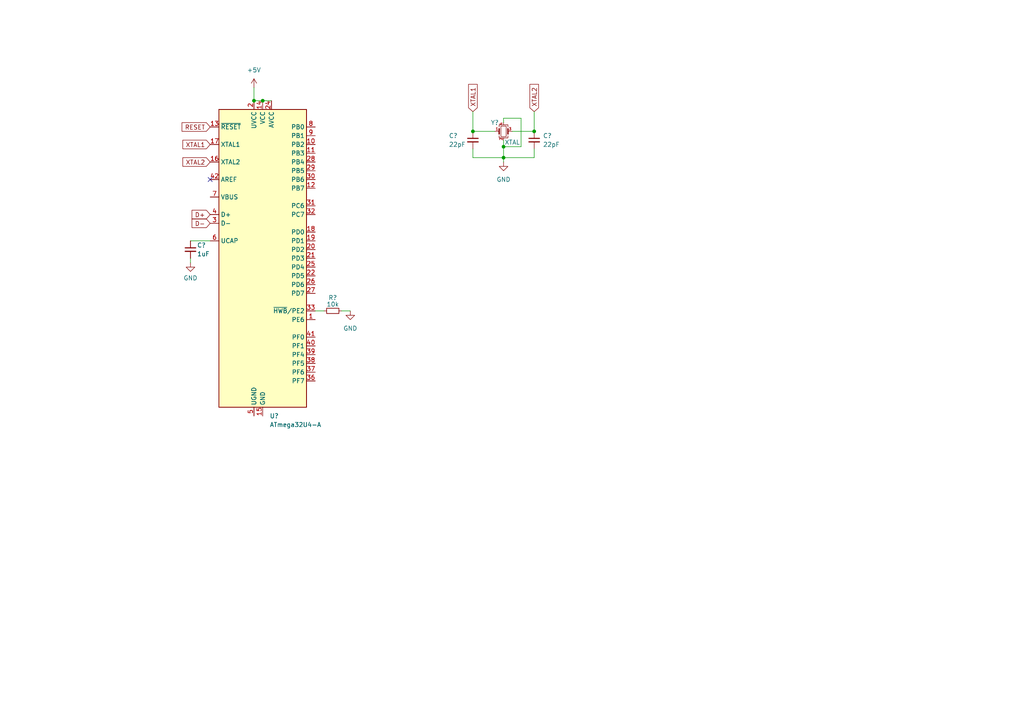
<source format=kicad_sch>
(kicad_sch (version 20211123) (generator eeschema)
  (paper "A4")
  (lib_symbols
    (symbol "Device:C_Small" (pin_numbers hide) (pin_names (offset 0.254) hide)
      (property "Reference" "C" (at 0.254 1.778 0))
      (property "Value" "C_Small" (at 0.254 -2.032 0))
      (symbol "C_Small_0_1"
        (polyline (pts (xy -1.524 -0.508) (xy 1.524 -0.508)) (stroke (width 0.3302)))
        (polyline (pts (xy -1.524 0.508) (xy 1.524 0.508)) (stroke (width 0.3048)))
      )
      (symbol "C_Small_1_1"
        (pin passive line (at 0 2.54 270) (length 2.032) (name "~") (number "1"))
        (pin passive line (at 0 -2.54 90) (length 2.032) (name "~") (number "2"))
      )
    )
    (symbol "Device:Crystal_GND24_Small" (pin_names (offset 1.016) hide)
      (property "Reference" "Y" (at 1.27 4.445 0))
      (property "Value" "Crystal_GND24_Small" (at 1.27 2.54 0))
      (symbol "Crystal_GND24_Small_0_1"
        (rectangle (start -0.762 -1.524) (end 0.762 1.524))
        (polyline (pts (xy -1.27 -0.762) (xy -1.27 0.762)) (stroke (width 0.381)))
        (polyline (pts (xy 1.27 -0.762) (xy 1.27 0.762)) (stroke (width 0.381)))
        (polyline (pts (xy -1.27 -1.27) (xy -1.27 -1.905) (xy 1.27 -1.905) (xy 1.27 -1.27)))
        (polyline (pts (xy -1.27 1.27) (xy -1.27 1.905) (xy 1.27 1.905) (xy 1.27 1.27)))
      )
      (symbol "Crystal_GND24_Small_1_1"
        (pin passive line (at -2.54 0 0) (length 1.27) (name "1") (number "1"))
        (pin passive line (at 0 -2.54 90) (length 0.635) (name "2") (number "2"))
        (pin passive line (at 2.54 0 180) (length 1.27) (name "3") (number "3"))
        (pin passive line (at 0 2.54 270) (length 0.635) (name "4") (number "4"))
      )
    )
    (symbol "Device:R_Small" (pin_numbers hide) (pin_names (offset 0.254) hide)
      (property "Reference" "R" (at 0.762 0.508 0))
      (property "Value" "R_Small" (at 0.762 -1.016 0))
      (symbol "R_Small_0_1"
        (rectangle (start -0.762 1.778) (end 0.762 -1.778) (stroke (width 0.2032)))
      )
      (symbol "R_Small_1_1"
        (pin passive line (at 0 2.54 270) (length 0.762) (name "~") (number "1"))
        (pin passive line (at 0 -2.54 90) (length 0.762) (name "~") (number "2"))
      )
    )
    (symbol "MCU_Microchip_ATmega:ATmega32U4-A"
      (property "Reference" "U" (at -12.7 44.45 0))
      (property "Value" "ATmega32U4-A" (at 2.54 -44.45 0))
      (symbol "ATmega32U4-A_0_1"
        (rectangle (start -12.7 -43.18) (end 12.7 43.18) (stroke (width 0.254)) (fill (type background)))
      )
      (symbol "ATmega32U4-A_1_1"
        (pin bidirectional line (at 15.24 -17.78 180) (length 2.54) (name "PE6") (number "1"))
        (pin bidirectional line (at 15.24 33.02 180) (length 2.54) (name "PB2") (number "10"))
        (pin bidirectional line (at 15.24 30.48 180) (length 2.54) (name "PB3") (number "11"))
        (pin bidirectional line (at 15.24 20.32 180) (length 2.54) (name "PB7") (number "12"))
        (pin input line (at -15.24 38.1 0) (length 2.54) (name "~{RESET}") (number "13"))
        (pin power_in line (at 0 45.72 270) (length 2.54) (name "VCC") (number "14"))
        (pin power_in line (at 0 -45.72 90) (length 2.54) (name "GND") (number "15"))
        (pin output line (at -15.24 27.94 0) (length 2.54) (name "XTAL2") (number "16"))
        (pin input line (at -15.24 33.02 0) (length 2.54) (name "XTAL1") (number "17"))
        (pin bidirectional line (at 15.24 7.62 180) (length 2.54) (name "PD0") (number "18"))
        (pin bidirectional line (at 15.24 5.08 180) (length 2.54) (name "PD1") (number "19"))
        (pin power_in line (at -2.54 45.72 270) (length 2.54) (name "UVCC") (number "2"))
        (pin bidirectional line (at 15.24 2.54 180) (length 2.54) (name "PD2") (number "20"))
        (pin bidirectional line (at 15.24 0 180) (length 2.54) (name "PD3") (number "21"))
        (pin bidirectional line (at 15.24 -5.08 180) (length 2.54) (name "PD5") (number "22"))
        (pin passive line (at 0 -45.72 90) (length 2.54) hide (name "GND") (number "23"))
        (pin power_in line (at 2.54 45.72 270) (length 2.54) (name "AVCC") (number "24"))
        (pin bidirectional line (at 15.24 -2.54 180) (length 2.54) (name "PD4") (number "25"))
        (pin bidirectional line (at 15.24 -7.62 180) (length 2.54) (name "PD6") (number "26"))
        (pin bidirectional line (at 15.24 -10.16 180) (length 2.54) (name "PD7") (number "27"))
        (pin bidirectional line (at 15.24 27.94 180) (length 2.54) (name "PB4") (number "28"))
        (pin bidirectional line (at 15.24 25.4 180) (length 2.54) (name "PB5") (number "29"))
        (pin bidirectional line (at -15.24 10.16 0) (length 2.54) (name "D-") (number "3"))
        (pin bidirectional line (at 15.24 22.86 180) (length 2.54) (name "PB6") (number "30"))
        (pin bidirectional line (at 15.24 15.24 180) (length 2.54) (name "PC6") (number "31"))
        (pin bidirectional line (at 15.24 12.7 180) (length 2.54) (name "PC7") (number "32"))
        (pin bidirectional line (at 15.24 -15.24 180) (length 2.54) (name "~{HWB}/PE2") (number "33"))
        (pin passive line (at 0 45.72 270) (length 2.54) hide (name "VCC") (number "34"))
        (pin passive line (at 0 -45.72 90) (length 2.54) hide (name "GND") (number "35"))
        (pin bidirectional line (at 15.24 -35.56 180) (length 2.54) (name "PF7") (number "36"))
        (pin bidirectional line (at 15.24 -33.02 180) (length 2.54) (name "PF6") (number "37"))
        (pin bidirectional line (at 15.24 -30.48 180) (length 2.54) (name "PF5") (number "38"))
        (pin bidirectional line (at 15.24 -27.94 180) (length 2.54) (name "PF4") (number "39"))
        (pin bidirectional line (at -15.24 12.7 0) (length 2.54) (name "D+") (number "4"))
        (pin bidirectional line (at 15.24 -25.4 180) (length 2.54) (name "PF1") (number "40"))
        (pin bidirectional line (at 15.24 -22.86 180) (length 2.54) (name "PF0") (number "41"))
        (pin passive line (at -15.24 22.86 0) (length 2.54) (name "AREF") (number "42"))
        (pin passive line (at 0 -45.72 90) (length 2.54) hide (name "GND") (number "43"))
        (pin passive line (at 2.54 45.72 270) (length 2.54) hide (name "AVCC") (number "44"))
        (pin passive line (at -2.54 -45.72 90) (length 2.54) (name "UGND") (number "5"))
        (pin passive line (at -15.24 5.08 0) (length 2.54) (name "UCAP") (number "6"))
        (pin input line (at -15.24 17.78 0) (length 2.54) (name "VBUS") (number "7"))
        (pin bidirectional line (at 15.24 38.1 180) (length 2.54) (name "PB0") (number "8"))
        (pin bidirectional line (at 15.24 35.56 180) (length 2.54) (name "PB1") (number "9"))
      )
    )
    (symbol "power:+5V" (power) (pin_names (offset 0))
      (property "Value" "+5V" (at 0 3.556 0))
      (symbol "+5V_0_1"
        (polyline (pts (xy -0.762 1.27) (xy 0 2.54)))
        (polyline (pts (xy 0 0) (xy 0 2.54)))
        (polyline (pts (xy 0 2.54) (xy 0.762 1.27)))
      )
      (symbol "+5V_1_1"
        (pin power_in line (at 0 0 90) (length 0) hide (name "+5V") (number "1"))
      )
    )
    (symbol "power:GND" (power) (pin_names (offset 0))
      (property "Value" "GND" (at 0 -3.81 0))
      (symbol "GND_0_1"
        (polyline (pts (xy 0 0) (xy 0 -1.27) (xy 1.27 -1.27) (xy 0 -2.54) (xy -1.27 -1.27) (xy 0 -1.27)))
      )
      (symbol "GND_1_1"
        (pin power_in line (at 0 0 270) (length 0) hide (name "GND") (number "1"))
      )
    )
  )
  (junction (at 73.66 29.21))
  (junction (at 146.05 45.72))
  (junction (at 154.94 38.1))
  (junction (at 76.2 29.21))
  (junction (at 137.16 38.1))
  (junction (at 146.05 42.545))
  (no_connect (at 60.96 52.07))
  (wire (pts (xy 137.16 45.72) (xy 146.05 45.72)))
  (wire (pts (xy 154.94 45.72) (xy 154.94 43.18)))
  (wire (pts (xy 146.05 35.56) (xy 146.05 34.29)))
  (wire (pts (xy 73.66 29.21) (xy 76.2 29.21)))
  (wire (pts (xy 148.59 38.1) (xy 154.94 38.1)))
  (wire (pts (xy 146.05 40.64) (xy 146.05 42.545)))
  (wire (pts (xy 154.94 32.385) (xy 154.94 38.1)))
  (wire (pts (xy 146.05 45.72) (xy 146.05 46.99)))
  (wire (pts (xy 137.16 32.385) (xy 137.16 38.1)))
  (wire (pts (xy 73.66 25.4) (xy 73.66 29.21)))
  (wire (pts (xy 91.44 90.17) (xy 93.98 90.17)))
  (wire (pts (xy 137.16 43.18) (xy 137.16 45.72)))
  (wire (pts (xy 76.2 29.21) (xy 78.74 29.21)))
  (wire (pts (xy 146.05 42.545) (xy 146.05 45.72)))
  (wire (pts (xy 99.06 90.17) (xy 101.6 90.17)))
  (wire (pts (xy 151.13 34.29) (xy 151.13 42.545)))
  (wire (pts (xy 146.05 34.29) (xy 151.13 34.29)))
  (wire (pts (xy 146.05 42.545) (xy 151.13 42.545)))
  (wire (pts (xy 137.16 38.1) (xy 143.51 38.1)))
  (wire (pts (xy 146.05 45.72) (xy 154.94 45.72)))
  (wire (pts (xy 55.245 69.85) (xy 60.96 69.85)))
  (wire (pts (xy 55.245 74.93) (xy 55.245 76.2)))
  (global_label "XTAL2" (shape input) (at 154.94 32.385 90) (property "Intersheet References" "${INTERSHEET_REFS}" (effects hide)))
  (global_label "D+" (shape input) (at 60.96 62.23 180) (property "Intersheet References" "${INTERSHEET_REFS}" (effects hide)))
  (global_label "XTAL2" (shape input) (at 60.96 46.99 180) (property "Intersheet References" "${INTERSHEET_REFS}" (effects hide)))
  (global_label "D-" (shape input) (at 60.96 64.77 180) (property "Intersheet References" "${INTERSHEET_REFS}" (effects hide)))
  (global_label "XTAL1" (shape input) (at 137.16 32.385 90) (property "Intersheet References" "${INTERSHEET_REFS}" (effects hide)))
  (global_label "RESET" (shape input) (at 60.96 36.83 180) (property "Intersheet References" "${INTERSHEET_REFS}" (effects hide)))
  (global_label "XTAL1" (shape input) (at 60.96 41.91 180) (property "Intersheet References" "${INTERSHEET_REFS}" (effects hide)))
  (symbol (lib_id "power:GND") (at 146.05 46.99 0) (unit 1)
    (property "Reference" "#PWR?" (effects hide))
    (property "Value" "GND" (at 146.05 52.07 0))
  )
  (symbol (lib_id "Device:C_Small") (at 154.94 40.64 0) (unit 1)
    (property "Reference" "C?" (at 157.48 39.3762 0) (effects (justify left)))
    (property "Value" "22pF" (at 157.48 41.9162 0) (effects (justify left)))
  )
  (symbol (lib_id "MCU_Microchip_ATmega:ATmega32U4-A") (at 76.2 74.93 0) (unit 1)
    (property "Reference" "U?" (at 78.2194 120.65 0) (effects (justify left)))
    (property "Value" "ATmega32U4-A" (at 78.2194 123.19 0) (effects (justify left)))
    (property "Footprint" "Package_QFP:TQFP-44_10x10mm_P0.8mm" (effects hide))
    (property "Datasheet" "http://ww1.microchip.com/downloads/en/DeviceDoc/Atmel-7766-8-bit-AVR-ATmega16U4-32U4_Datasheet.pdf" (effects hide))
  )
  (symbol (lib_id "Device:R_Small") (at 96.52 90.17 90) (unit 1)
    (property "Reference" "R?" (at 96.52 86.36 90))
    (property "Value" "10k" (at 96.52 88.265 90))
  )
  (symbol (lib_id "power:GND") (at 55.245 76.2 0) (unit 1)
    (property "Reference" "#PWR?" (effects hide))
    (property "Value" "GND" (at 55.245 80.645 0))
  )
  (symbol (lib_id "Device:Crystal_GND24_Small") (at 146.05 38.1 0) (unit 1)
    (property "Reference" "Y?" (at 143.51 35.56 0))
    (property "Value" "XTAL" (at 148.59 41.275 0))
  )
  (symbol (lib_id "Device:C_Small") (at 55.245 72.39 0) (unit 1)
    (property "Reference" "C?" (at 57.15 71.12 0) (effects (justify left)))
    (property "Value" "1uF" (at 57.15 73.66 0) (effects (justify left)))
  )
  (symbol (lib_id "power:+5V") (at 73.66 25.4 0) (unit 1)
    (property "Reference" "#PWR?" (effects hide))
    (property "Value" "+5V" (at 73.66 20.32 0))
  )
  (symbol (lib_id "Device:C_Small") (at 137.16 40.64 0) (unit 1)
    (property "Reference" "C?" (at 130.175 39.37 0) (effects (justify left)))
    (property "Value" "22pF" (at 130.175 41.91 0) (effects (justify left)))
  )
  (symbol (lib_id "power:GND") (at 101.6 90.17 0) (unit 1)
    (property "Reference" "#PWR?" (effects hide))
    (property "Value" "GND" (at 101.6 95.25 0))
  )
)
</source>
